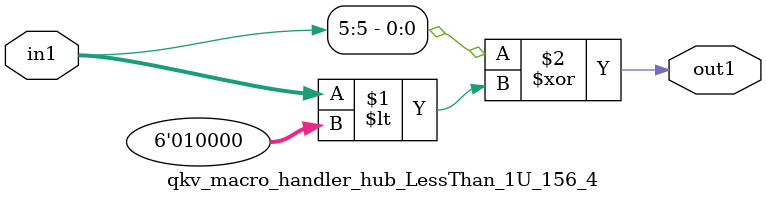
<source format=v>

`timescale 1ps / 1ps


module qkv_macro_handler_hub_LessThan_1U_156_4( in1, out1 );

    input [5:0] in1;
    output out1;

    
    // rtl_process:qkv_macro_handler_hub_LessThan_1U_156_4/qkv_macro_handler_hub_LessThan_1U_156_4_thread_1
    assign out1 = (in1[5] ^ in1 < 6'd16);

endmodule


</source>
